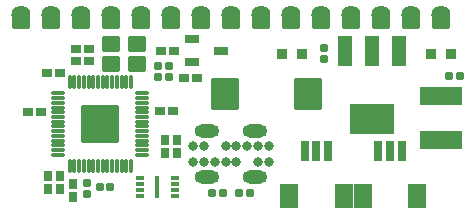
<source format=gts>
G04 Layer: TopSolderMaskLayer*
G04 EasyEDA v6.5.29, 2023-07-19 21:57:34*
G04 a2853ea9601d4119b13b16b9b4b396c2,5a6b42c53f6a479593ecc07194224c93,10*
G04 Gerber Generator version 0.2*
G04 Scale: 100 percent, Rotated: No, Reflected: No *
G04 Dimensions in millimeters *
G04 leading zeros omitted , absolute positions ,4 integer and 5 decimal *
%FSLAX45Y45*%
%MOMM*%

%AMMACRO1*1,1,$1,$2,$3*1,1,$1,$4,$5*1,1,$1,0-$2,0-$3*1,1,$1,0-$4,0-$5*20,1,$1,$2,$3,$4,$5,0*20,1,$1,$4,$5,0-$2,0-$3,0*20,1,$1,0-$2,0-$3,0-$4,0-$5,0*20,1,$1,0-$4,0-$5,$2,$3,0*4,1,4,$2,$3,$4,$5,0-$2,0-$3,0-$4,0-$5,$2,$3,0*%
%ADD10O,0.8015985999999999X0.8015985999999999*%
%ADD11O,2.101596X1.1015979999999999*%
%ADD12MACRO1,0.1016X1.7496X-0.7033X-1.7496X-0.7033*%
%ADD13MACRO1,0.1016X1.7496X0.7033X-1.7496X0.7033*%
%ADD14MACRO1,0.1016X0.27X-0.2828X-0.27X-0.2828*%
%ADD15MACRO1,0.1016X0.27X0.2828X-0.27X0.2828*%
%ADD16MACRO1,0.1016X-0.2828X-0.27X-0.2828X0.27*%
%ADD17MACRO1,0.1016X0.2828X-0.27X0.2828X0.27*%
%ADD18MACRO1,0.1016X0.2828X0.27X0.2828X-0.27*%
%ADD19MACRO1,0.1016X-0.2828X0.27X-0.2828X-0.27*%
%ADD20MACRO1,0.1016X-0.4X-0.4X-0.4X0.4*%
%ADD21MACRO1,0.1016X0.535X-0.3X-0.535X-0.3*%
%ADD22MACRO1,0.1016X0.525X1.2325X-0.525X1.2325*%
%ADD23MACRO1,0.1016X-1.77X1.2325X1.77X1.2325*%
%ADD24MACRO1,0.1016X-1.1038X-1.296X-1.1038X1.296*%
%ADD25MACRO1,0.1016X1.1038X-1.296X1.1038X1.296*%
%ADD26MACRO1,0.1016X-0.27X0.395X0.27X0.395*%
%ADD27MACRO1,0.1016X-0.27X-0.395X0.27X-0.395*%
%ADD28MACRO1,0.1016X0.27X-0.395X-0.27X-0.395*%
%ADD29MACRO1,0.1016X0.27X0.395X-0.27X0.395*%
%ADD30MACRO1,0.1016X-0.7X0.6X-0.7X-0.6*%
%ADD31MACRO1,0.1016X0.7X0.6X0.7X-0.6*%
%ADD32MACRO1,0.1016X0.7X-0.6X0.7X0.6*%
%ADD33MACRO1,0.1016X-0.7X-0.6X-0.7X0.6*%
%ADD34MACRO1,0.1016X-0.395X-0.27X-0.395X0.27*%
%ADD35MACRO1,0.1016X0.395X-0.27X0.395X0.27*%
%ADD36MACRO1,0.1X0.55X-0.1X-0.55X-0.1*%
%ADD37MACRO1,0.1X0.1X0.55X0.1X-0.55*%
%ADD38MACRO1,0.1X-0.55X0.1X0.55X0.1*%
%ADD39MACRO1,0.1X-0.1X-0.55X-0.1X0.55*%
%ADD40MACRO1,0.1X1.55X-1.55X-1.55X-1.55*%
%ADD41MACRO1,0.1016X0.3X-0.14X-0.3X-0.14*%
%ADD42MACRO1,0.1016X-0.15X0.85X0.15X0.85*%
%ADD43MACRO1,0.1016X0.395X0.27X0.395X-0.27*%
%ADD44MACRO1,0.1016X-0.395X0.27X-0.395X-0.27*%
%ADD45MACRO1,0.1016X-0.275X0.275X0.275X0.275*%
%ADD46MACRO1,0.1016X-0.3X0.775X0.3X0.775*%
%ADD47MACRO1,0.1016X-0.75X1X0.75X1*%
%ADD48C,1.6256*%

%LPD*%
D10*
G01*
X1706981Y1416202D03*
G01*
X1801977Y1416202D03*
G01*
X1986991Y1416202D03*
G01*
X2076983Y1416202D03*
G01*
X2167000Y1416202D03*
G01*
X2261997Y1416202D03*
G01*
X2356993Y1416202D03*
G01*
X2356993Y1276197D03*
G01*
X2261997Y1276197D03*
G01*
X2076983Y1276197D03*
G01*
X1986991Y1276197D03*
G01*
X1896999Y1276197D03*
G01*
X1801977Y1276197D03*
G01*
X1706981Y1276197D03*
D11*
G01*
X2231974Y1153210D03*
G01*
X1831975Y1153210D03*
G01*
X2231974Y1539189D03*
G01*
X1831975Y1539189D03*
D12*
G01*
X3810000Y1836333D03*
D13*
G01*
X3810000Y1465666D03*
D14*
G01*
X2819400Y2240382D03*
D15*
G01*
X2819400Y2153817D03*
D16*
G01*
X3967582Y2006600D03*
D17*
G01*
X3881017Y2006600D03*
D18*
G01*
X921917Y1066800D03*
D19*
G01*
X1008482Y1066800D03*
D14*
G01*
X812800Y1097382D03*
D15*
G01*
X812800Y1010817D03*
D20*
G01*
X2637789Y2197100D03*
G01*
X2467610Y2197100D03*
G01*
X3895089Y2195774D03*
G01*
X3724910Y2195774D03*
D21*
G01*
X1705300Y2317496D03*
G01*
X1705300Y2127503D03*
G01*
X1952299Y2222500D03*
D22*
G01*
X3455799Y2216150D03*
G01*
X3225800Y2216150D03*
G01*
X2995800Y2216150D03*
D23*
G01*
X3225800Y1644650D03*
D24*
G01*
X2687924Y1854200D03*
D25*
G01*
X1985675Y1854200D03*
D16*
G01*
X1960982Y1016000D03*
D17*
G01*
X1874417Y1016000D03*
D16*
G01*
X2189582Y1016000D03*
D17*
G01*
X2103017Y1016000D03*
D26*
G01*
X584200Y1050394D03*
D27*
G01*
X584200Y1159405D03*
D26*
G01*
X698500Y986894D03*
D27*
G01*
X698500Y1095905D03*
D28*
G01*
X482600Y1159405D03*
D29*
G01*
X482600Y1050394D03*
D30*
G01*
X1240299Y2282088D03*
D31*
G01*
X1020300Y2282088D03*
D32*
G01*
X1020300Y2112086D03*
D33*
G01*
X1240299Y2112086D03*
D34*
G01*
X1553105Y2222500D03*
D35*
G01*
X1444094Y2222500D03*
D34*
G01*
X829208Y2235197D03*
D35*
G01*
X720196Y2235197D03*
D34*
G01*
X829208Y2133597D03*
D35*
G01*
X720196Y2133597D03*
D36*
G01*
X1282109Y1340192D03*
G01*
X1282109Y1380197D03*
G01*
X1282109Y1420202D03*
G01*
X1282109Y1460207D03*
G01*
X1282109Y1500187D03*
G01*
X1282109Y1540192D03*
G01*
X1282109Y1580197D03*
G01*
X1282109Y1620202D03*
G01*
X1282109Y1660207D03*
G01*
X1282109Y1700187D03*
G01*
X1282109Y1740192D03*
G01*
X1282109Y1780197D03*
G01*
X1282109Y1820202D03*
G01*
X1282109Y1860207D03*
D37*
G01*
X1187094Y1955195D03*
G01*
X1147114Y1955195D03*
G01*
X1107109Y1955195D03*
G01*
X1067104Y1955195D03*
G01*
X1027099Y1955195D03*
G01*
X987094Y1955195D03*
G01*
X947115Y1955195D03*
G01*
X907110Y1955195D03*
G01*
X867105Y1955195D03*
G01*
X827100Y1955195D03*
G01*
X787095Y1955195D03*
G01*
X747115Y1955195D03*
G01*
X707110Y1955195D03*
G01*
X667105Y1955195D03*
D38*
G01*
X572091Y1860207D03*
G01*
X572091Y1820202D03*
G01*
X572091Y1780197D03*
G01*
X572091Y1740192D03*
G01*
X572091Y1700187D03*
G01*
X572091Y1660207D03*
G01*
X572091Y1620202D03*
G01*
X572091Y1580197D03*
G01*
X572091Y1540192D03*
G01*
X572091Y1500187D03*
G01*
X572091Y1460207D03*
G01*
X572091Y1420202D03*
G01*
X572091Y1380197D03*
G01*
X572091Y1340192D03*
D39*
G01*
X667105Y1245204D03*
G01*
X707110Y1245204D03*
G01*
X747115Y1245204D03*
G01*
X787095Y1245204D03*
G01*
X827100Y1245204D03*
G01*
X867105Y1245204D03*
G01*
X907110Y1245204D03*
G01*
X947115Y1245204D03*
G01*
X987094Y1245204D03*
G01*
X1027099Y1245204D03*
G01*
X1067104Y1245204D03*
G01*
X1107109Y1245204D03*
G01*
X1147114Y1245204D03*
G01*
X1187094Y1245204D03*
D40*
G01*
X927105Y1600194D03*
D34*
G01*
X587908Y2031997D03*
D35*
G01*
X478896Y2031997D03*
D34*
G01*
X422805Y1701800D03*
D35*
G01*
X313794Y1701800D03*
D41*
G01*
X1258963Y1141801D03*
G01*
X1258963Y1091788D03*
G01*
X1258963Y1041801D03*
G01*
X1258963Y991788D03*
G01*
X1560446Y1141801D03*
G01*
X1560446Y1091788D03*
G01*
X1560446Y1041801D03*
G01*
X1560446Y991788D03*
D42*
G01*
X1409707Y1066797D03*
D26*
G01*
X1473200Y1355194D03*
D27*
G01*
X1473200Y1464205D03*
D26*
G01*
X1574800Y1355194D03*
D27*
G01*
X1574800Y1464205D03*
D43*
G01*
X1431396Y1714497D03*
D44*
G01*
X1540408Y1714497D03*
D43*
G01*
X1634596Y1993897D03*
D44*
G01*
X1743608Y1993897D03*
D45*
G01*
X1412998Y2092223D03*
G01*
X1412998Y1997207D03*
G01*
X1508020Y1997202D03*
G01*
X1508019Y2092223D03*
D46*
G01*
X2655900Y1374851D03*
G01*
X2755900Y1374851D03*
G01*
X2855899Y1374851D03*
D47*
G01*
X2985900Y987351D03*
G01*
X2525901Y987351D03*
D46*
G01*
X3278200Y1374851D03*
G01*
X3378200Y1374851D03*
G01*
X3478199Y1374851D03*
D47*
G01*
X3608200Y987351D03*
G01*
X3148201Y987351D03*
D48*
G01*
X254000Y2527300D03*
G01*
X762000Y2527300D03*
G01*
X1016000Y2527300D03*
G01*
X1270000Y2527300D03*
G01*
X1524000Y2527300D03*
G01*
X1778000Y2527300D03*
G01*
X2032000Y2527300D03*
G01*
X2286000Y2527300D03*
G01*
X2540000Y2527300D03*
G01*
X2794000Y2527300D03*
G01*
X3048000Y2527300D03*
G01*
X3302000Y2527300D03*
G01*
X3556000Y2527300D03*
G01*
X508000Y2527300D03*
G01*
X3810000Y2527300D03*
D30*
G01*
X1523989Y2476502D03*
G01*
X1777989Y2476502D03*
G01*
X3809989Y2476502D03*
G01*
X3555989Y2476502D03*
G01*
X3301989Y2476502D03*
G01*
X3047989Y2476502D03*
G01*
X2793989Y2476502D03*
G01*
X253989Y2476502D03*
G01*
X507989Y2476502D03*
G01*
X761989Y2476502D03*
G01*
X1015989Y2476502D03*
G01*
X1269989Y2476502D03*
G01*
X2031989Y2476502D03*
G01*
X2285989Y2476502D03*
G01*
X2539989Y2476502D03*
M02*

</source>
